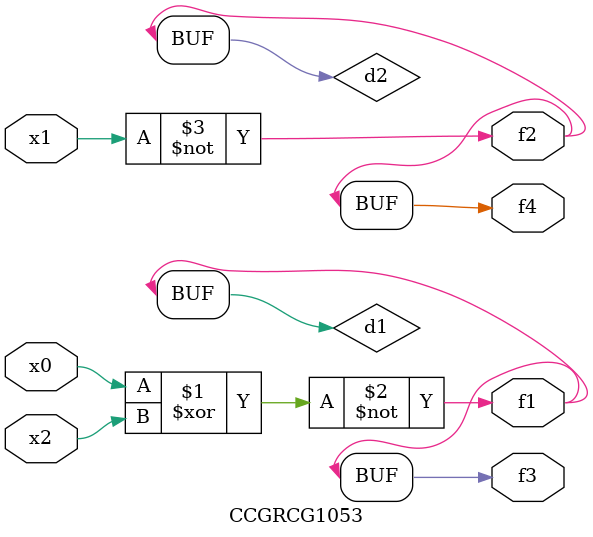
<source format=v>
module CCGRCG1053(
	input x0, x1, x2,
	output f1, f2, f3, f4
);

	wire d1, d2, d3;

	xnor (d1, x0, x2);
	nand (d2, x1);
	nor (d3, x1, x2);
	assign f1 = d1;
	assign f2 = d2;
	assign f3 = d1;
	assign f4 = d2;
endmodule

</source>
